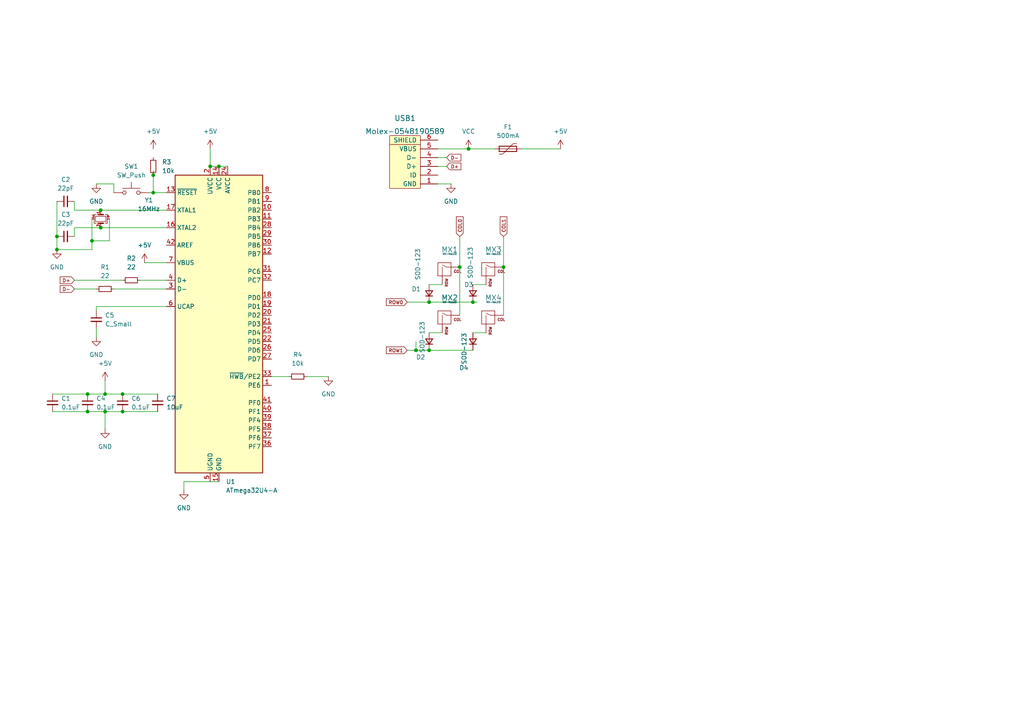
<source format=kicad_sch>
(kicad_sch (version 20211123) (generator eeschema)
  (paper "A4")
  (lib_symbols
    (symbol "Device:C_Small" (pin_numbers hide) (pin_names (offset 0.254) hide)
      (property "Reference" "C" (at 0.254 1.778 0))
      (property "Value" "C_Small" (at 0.254 -2.032 0))
      (symbol "C_Small_0_1"
        (polyline (pts (xy -1.524 -0.508) (xy 1.524 -0.508)) (stroke (width 0.3302)))
        (polyline (pts (xy -1.524 0.508) (xy 1.524 0.508)) (stroke (width 0.3048)))
      )
      (symbol "C_Small_1_1"
        (pin passive line (at 0 2.54 270) (length 2.032) (name "~") (number "1"))
        (pin passive line (at 0 -2.54 90) (length 2.032) (name "~") (number "2"))
      )
    )
    (symbol "Device:Crystal_GND24_Small" (pin_names (offset 1.016) hide)
      (property "Reference" "Y" (at 1.27 4.445 0))
      (property "Value" "Crystal_GND24_Small" (at 1.27 2.54 0))
      (symbol "Crystal_GND24_Small_0_1"
        (rectangle (start -0.762 -1.524) (end 0.762 1.524))
        (polyline (pts (xy -1.27 -0.762) (xy -1.27 0.762)) (stroke (width 0.381)))
        (polyline (pts (xy 1.27 -0.762) (xy 1.27 0.762)) (stroke (width 0.381)))
        (polyline (pts (xy -1.27 -1.27) (xy -1.27 -1.905) (xy 1.27 -1.905) (xy 1.27 -1.27)))
        (polyline (pts (xy -1.27 1.27) (xy -1.27 1.905) (xy 1.27 1.905) (xy 1.27 1.27)))
      )
      (symbol "Crystal_GND24_Small_1_1"
        (pin passive line (at -2.54 0 0) (length 1.27) (name "1") (number "1"))
        (pin passive line (at 0 -2.54 90) (length 0.635) (name "2") (number "2"))
        (pin passive line (at 2.54 0 180) (length 1.27) (name "3") (number "3"))
        (pin passive line (at 0 2.54 270) (length 0.635) (name "4") (number "4"))
      )
    )
    (symbol "Device:D_Small" (pin_numbers hide) (pin_names (offset 0.254) hide)
      (property "Reference" "D" (at -1.27 2.032 0))
      (property "Value" "D_Small" (at -3.81 -2.032 0))
      (symbol "D_Small_0_1"
        (polyline (pts (xy -0.762 -1.016) (xy -0.762 1.016)) (stroke (width 0.254)))
        (polyline (pts (xy -0.762 0) (xy 0.762 0)))
        (polyline (pts (xy 0.762 -1.016) (xy -0.762 0) (xy 0.762 1.016) (xy 0.762 -1.016)) (stroke (width 0.254)))
      )
      (symbol "D_Small_1_1"
        (pin passive line (at -2.54 0 0) (length 1.778) (name "K") (number "1"))
        (pin passive line (at 2.54 0 180) (length 1.778) (name "A") (number "2"))
      )
    )
    (symbol "Device:Polyfuse" (pin_numbers hide) (pin_names (offset 0))
      (property "Reference" "F" (at -2.54 0 90))
      (property "Value" "Polyfuse" (at 2.54 0 90))
      (symbol "Polyfuse_0_1"
        (rectangle (start -0.762 2.54) (end 0.762 -2.54) (stroke (width 0.254)))
        (polyline (pts (xy 0 2.54) (xy 0 -2.54)))
        (polyline (pts (xy -1.524 2.54) (xy -1.524 1.524) (xy 1.524 -1.524) (xy 1.524 -2.54)))
      )
      (symbol "Polyfuse_1_1"
        (pin passive line (at 0 3.81 270) (length 1.27) (name "~") (number "1"))
        (pin passive line (at 0 -3.81 90) (length 1.27) (name "~") (number "2"))
      )
    )
    (symbol "Device:R_Small" (pin_numbers hide) (pin_names (offset 0.254) hide)
      (property "Reference" "R" (at 0.762 0.508 0))
      (property "Value" "R_Small" (at 0.762 -1.016 0))
      (symbol "R_Small_0_1"
        (rectangle (start -0.762 1.778) (end 0.762 -1.778) (stroke (width 0.2032)))
      )
      (symbol "R_Small_1_1"
        (pin passive line (at 0 2.54 270) (length 0.762) (name "~") (number "1"))
        (pin passive line (at 0 -2.54 90) (length 0.762) (name "~") (number "2"))
      )
    )
    (symbol "MCU_Microchip_ATmega:ATmega32U4-A"
      (property "Reference" "U" (at -12.7 44.45 0))
      (property "Value" "ATmega32U4-A" (at 2.54 -44.45 0))
      (symbol "ATmega32U4-A_0_1"
        (rectangle (start -12.7 -43.18) (end 12.7 43.18) (stroke (width 0.254)) (fill (type background)))
      )
      (symbol "ATmega32U4-A_1_1"
        (pin bidirectional line (at 15.24 -17.78 180) (length 2.54) (name "PE6") (number "1"))
        (pin bidirectional line (at 15.24 33.02 180) (length 2.54) (name "PB2") (number "10"))
        (pin bidirectional line (at 15.24 30.48 180) (length 2.54) (name "PB3") (number "11"))
        (pin bidirectional line (at 15.24 20.32 180) (length 2.54) (name "PB7") (number "12"))
        (pin input line (at -15.24 38.1 0) (length 2.54) (name "~{RESET}") (number "13"))
        (pin power_in line (at 0 45.72 270) (length 2.54) (name "VCC") (number "14"))
        (pin power_in line (at 0 -45.72 90) (length 2.54) (name "GND") (number "15"))
        (pin output line (at -15.24 27.94 0) (length 2.54) (name "XTAL2") (number "16"))
        (pin input line (at -15.24 33.02 0) (length 2.54) (name "XTAL1") (number "17"))
        (pin bidirectional line (at 15.24 7.62 180) (length 2.54) (name "PD0") (number "18"))
        (pin bidirectional line (at 15.24 5.08 180) (length 2.54) (name "PD1") (number "19"))
        (pin power_in line (at -2.54 45.72 270) (length 2.54) (name "UVCC") (number "2"))
        (pin bidirectional line (at 15.24 2.54 180) (length 2.54) (name "PD2") (number "20"))
        (pin bidirectional line (at 15.24 0 180) (length 2.54) (name "PD3") (number "21"))
        (pin bidirectional line (at 15.24 -5.08 180) (length 2.54) (name "PD5") (number "22"))
        (pin passive line (at 0 -45.72 90) (length 2.54) hide (name "GND") (number "23"))
        (pin power_in line (at 2.54 45.72 270) (length 2.54) (name "AVCC") (number "24"))
        (pin bidirectional line (at 15.24 -2.54 180) (length 2.54) (name "PD4") (number "25"))
        (pin bidirectional line (at 15.24 -7.62 180) (length 2.54) (name "PD6") (number "26"))
        (pin bidirectional line (at 15.24 -10.16 180) (length 2.54) (name "PD7") (number "27"))
        (pin bidirectional line (at 15.24 27.94 180) (length 2.54) (name "PB4") (number "28"))
        (pin bidirectional line (at 15.24 25.4 180) (length 2.54) (name "PB5") (number "29"))
        (pin bidirectional line (at -15.24 10.16 0) (length 2.54) (name "D-") (number "3"))
        (pin bidirectional line (at 15.24 22.86 180) (length 2.54) (name "PB6") (number "30"))
        (pin bidirectional line (at 15.24 15.24 180) (length 2.54) (name "PC6") (number "31"))
        (pin bidirectional line (at 15.24 12.7 180) (length 2.54) (name "PC7") (number "32"))
        (pin bidirectional line (at 15.24 -15.24 180) (length 2.54) (name "~{HWB}/PE2") (number "33"))
        (pin passive line (at 0 45.72 270) (length 2.54) hide (name "VCC") (number "34"))
        (pin passive line (at 0 -45.72 90) (length 2.54) hide (name "GND") (number "35"))
        (pin bidirectional line (at 15.24 -35.56 180) (length 2.54) (name "PF7") (number "36"))
        (pin bidirectional line (at 15.24 -33.02 180) (length 2.54) (name "PF6") (number "37"))
        (pin bidirectional line (at 15.24 -30.48 180) (length 2.54) (name "PF5") (number "38"))
        (pin bidirectional line (at 15.24 -27.94 180) (length 2.54) (name "PF4") (number "39"))
        (pin bidirectional line (at -15.24 12.7 0) (length 2.54) (name "D+") (number "4"))
        (pin bidirectional line (at 15.24 -25.4 180) (length 2.54) (name "PF1") (number "40"))
        (pin bidirectional line (at 15.24 -22.86 180) (length 2.54) (name "PF0") (number "41"))
        (pin passive line (at -15.24 22.86 0) (length 2.54) (name "AREF") (number "42"))
        (pin passive line (at 0 -45.72 90) (length 2.54) hide (name "GND") (number "43"))
        (pin passive line (at 2.54 45.72 270) (length 2.54) hide (name "AVCC") (number "44"))
        (pin passive line (at -2.54 -45.72 90) (length 2.54) (name "UGND") (number "5"))
        (pin passive line (at -15.24 5.08 0) (length 2.54) (name "UCAP") (number "6"))
        (pin input line (at -15.24 17.78 0) (length 2.54) (name "VBUS") (number "7"))
        (pin bidirectional line (at 15.24 38.1 180) (length 2.54) (name "PB0") (number "8"))
        (pin bidirectional line (at 15.24 35.56 180) (length 2.54) (name "PB1") (number "9"))
      )
    )
    (symbol "MX_Alps_Hybrid:MX-NoLED" (pin_names (offset 1.016))
      (property "Reference" "MX" (at -0.635 3.81 0))
      (property "Value" "MX-NoLED" (at -0.635 1.27 0))
      (symbol "MX-NoLED_0_0"
        (rectangle (start -2.54 2.54) (end 1.27 -1.27))
        (polyline (pts (xy -1.27 -1.27) (xy -1.27 1.27)) (stroke (width 0.127)))
        (polyline (pts (xy 1.27 1.27) (xy 0 1.27) (xy -1.27 1.905)) (stroke (width 0.127)))
        (text "COL" (at 3.175 0 0) (effects (font (size 0.762 0.762))))
        (text "ROW" (at 0 -1.905 900) (effects (font (size 0.762 0.762)) (justify right)))
      )
      (symbol "MX-NoLED_1_1"
        (pin passive line (at 3.81 1.27 180) (length 2.54) (name "COL") (number "1"))
        (pin passive line (at -1.27 -3.81 90) (length 2.54) (name "ROW") (number "2"))
      )
    )
    (symbol "Switch:SW_Push" (pin_numbers hide) (pin_names (offset 1.016) hide)
      (property "Reference" "SW" (at 1.27 2.54 0))
      (property "Value" "SW_Push" (at 0 -1.524 0))
      (symbol "SW_Push_0_1"
        (circle (center -2.032 0) (radius 0.508))
        (polyline (pts (xy 0 1.27) (xy 0 3.048)))
        (polyline (pts (xy 2.54 1.27) (xy -2.54 1.27)))
        (circle (center 2.032 0) (radius 0.508))
        (pin passive line (at -5.08 0 0) (length 2.54) (name "1") (number "1"))
        (pin passive line (at 5.08 0 180) (length 2.54) (name "2") (number "2"))
      )
    )
    (symbol "power:+5V" (power) (pin_names (offset 0))
      (property "Value" "+5V" (at 0 3.556 0))
      (symbol "+5V_0_1"
        (polyline (pts (xy -0.762 1.27) (xy 0 2.54)))
        (polyline (pts (xy 0 0) (xy 0 2.54)))
        (polyline (pts (xy 0 2.54) (xy 0.762 1.27)))
      )
      (symbol "+5V_1_1"
        (pin power_in line (at 0 0 90) (length 0) hide (name "+5V") (number "1"))
      )
    )
    (symbol "power:GND" (power) (pin_names (offset 0))
      (property "Value" "GND" (at 0 -3.81 0))
      (symbol "GND_0_1"
        (polyline (pts (xy 0 0) (xy 0 -1.27) (xy 1.27 -1.27) (xy 0 -2.54) (xy -1.27 -1.27) (xy 0 -1.27)))
      )
      (symbol "GND_1_1"
        (pin power_in line (at 0 0 270) (length 0) hide (name "GND") (number "1"))
      )
    )
    (symbol "power:VCC" (power) (pin_names (offset 0))
      (property "Value" "VCC" (at 0 3.81 0))
      (symbol "VCC_0_1"
        (polyline (pts (xy -0.762 1.27) (xy 0 2.54)))
        (polyline (pts (xy 0 0) (xy 0 2.54)))
        (polyline (pts (xy 0 2.54) (xy 0.762 1.27)))
      )
      (symbol "VCC_1_1"
        (pin power_in line (at 0 0 90) (length 0) hide (name "VCC") (number "1"))
      )
    )
    (symbol "random-keyboard-parts:Molex-0548190589" (pin_names (offset 1.016))
      (property "Reference" "USB" (at 0 7.62 0))
      (property "Value" "Molex-0548190589" (at 0 10.16 0))
      (symbol "Molex-0548190589_0_0"
        (polyline (pts (xy 6.35 -2.54) (xy 6.35 6.35)))
        (rectangle (start 8.89 -2.54) (end -6.35 6.35) (fill (type background)))
      )
      (symbol "Molex-0548190589_1_1"
        (pin input line (at -5.08 -7.62 90) (length 5.08) (name "GND") (number "1"))
        (pin input line (at -2.54 -7.62 90) (length 5.08) (name "ID") (number "2"))
        (pin input line (at 0 -7.62 90) (length 5.08) (name "D+") (number "3"))
        (pin input line (at 2.54 -7.62 90) (length 5.08) (name "D-") (number "4"))
        (pin input line (at 5.08 -7.62 90) (length 5.08) (name "VBUS") (number "5"))
        (pin input line (at 7.62 -7.62 90) (length 5.08) (name "SHIELD") (number "6"))
      )
    )
  )
  (junction (at 44.45 55.88))
  (junction (at 30.48 114.3))
  (junction (at 146.05 77.47))
  (junction (at 16.51 72.39))
  (junction (at 35.56 114.3))
  (junction (at 25.4 114.3))
  (junction (at 135.89 43.18))
  (junction (at 60.96 48.26))
  (junction (at 35.56 119.38))
  (junction (at 29.21 66.04))
  (junction (at 124.46 101.6))
  (junction (at 25.4 119.38))
  (junction (at 63.5 48.26))
  (junction (at 30.48 119.38))
  (junction (at 124.46 87.63))
  (junction (at 16.51 68.58))
  (junction (at 133.35 77.47))
  (junction (at 137.16 87.63))
  (junction (at 44.45 50.8))
  (junction (at 29.21 60.96))
  (junction (at 26.67 69.85))
  (junction (at 120.65 101.6))
  (wire (pts (xy 127 53.34) (xy 130.81 53.34)))
  (wire (pts (xy 40.64 81.28) (xy 48.26 81.28)))
  (wire (pts (xy 78.74 109.22) (xy 83.82 109.22)))
  (wire (pts (xy 15.24 119.38) (xy 25.4 119.38)))
  (wire (pts (xy 21.59 83.82) (xy 27.94 83.82)))
  (wire (pts (xy 16.51 58.42) (xy 16.51 68.58)))
  (wire (pts (xy 21.59 60.96) (xy 21.59 58.42)))
  (wire (pts (xy 127 43.18) (xy 135.89 43.18)))
  (wire (pts (xy 118.11 87.63) (xy 124.46 87.63)))
  (wire (pts (xy 124.46 101.6) (xy 137.16 101.6)))
  (wire (pts (xy 29.21 60.96) (xy 21.59 60.96)))
  (wire (pts (xy 26.67 69.85) (xy 26.67 72.39)))
  (wire (pts (xy 151.13 43.18) (xy 162.56 43.18)))
  (wire (pts (xy 133.35 68.58) (xy 133.35 77.47)))
  (wire (pts (xy 44.45 50.8) (xy 44.45 55.88)))
  (wire (pts (xy 124.46 82.55) (xy 128.27 82.55)))
  (wire (pts (xy 124.46 96.52) (xy 128.27 96.52)))
  (wire (pts (xy 16.51 68.58) (xy 16.51 72.39)))
  (wire (pts (xy 26.67 63.5) (xy 26.67 69.85)))
  (wire (pts (xy 146.05 68.58) (xy 146.05 77.47)))
  (wire (pts (xy 137.16 96.52) (xy 140.97 96.52)))
  (wire (pts (xy 35.56 114.3) (xy 45.72 114.3)))
  (wire (pts (xy 43.18 55.88) (xy 44.45 55.88)))
  (wire (pts (xy 137.16 82.55) (xy 140.97 82.55)))
  (wire (pts (xy 29.21 66.04) (xy 21.59 66.04)))
  (wire (pts (xy 27.94 95.25) (xy 27.94 97.79)))
  (wire (pts (xy 30.48 110.49) (xy 30.48 114.3)))
  (wire (pts (xy 15.24 114.3) (xy 25.4 114.3)))
  (wire (pts (xy 48.26 76.2) (xy 41.91 76.2)))
  (wire (pts (xy 53.34 139.7) (xy 53.34 142.24)))
  (wire (pts (xy 120.65 101.6) (xy 124.46 101.6)))
  (wire (pts (xy 33.02 53.34) (xy 27.94 53.34)))
  (wire (pts (xy 33.02 55.88) (xy 33.02 53.34)))
  (wire (pts (xy 133.35 77.47) (xy 133.35 91.44)))
  (wire (pts (xy 29.21 66.04) (xy 48.26 66.04)))
  (wire (pts (xy 63.5 48.26) (xy 66.04 48.26)))
  (wire (pts (xy 120.65 101.6) (xy 120.65 99.06)))
  (wire (pts (xy 118.11 101.6) (xy 120.65 101.6)))
  (wire (pts (xy 30.48 119.38) (xy 30.48 124.46)))
  (wire (pts (xy 44.45 55.88) (xy 48.26 55.88)))
  (wire (pts (xy 30.48 114.3) (xy 35.56 114.3)))
  (wire (pts (xy 135.89 43.18) (xy 143.51 43.18)))
  (wire (pts (xy 31.75 63.5) (xy 31.75 69.85)))
  (wire (pts (xy 25.4 114.3) (xy 30.48 114.3)))
  (wire (pts (xy 25.4 119.38) (xy 30.48 119.38)))
  (wire (pts (xy 60.96 43.18) (xy 60.96 48.26)))
  (wire (pts (xy 21.59 66.04) (xy 21.59 68.58)))
  (wire (pts (xy 35.56 119.38) (xy 45.72 119.38)))
  (wire (pts (xy 27.94 88.9) (xy 27.94 90.17)))
  (wire (pts (xy 21.59 81.28) (xy 35.56 81.28)))
  (wire (pts (xy 137.16 87.63) (xy 138.43 87.63)))
  (wire (pts (xy 26.67 72.39) (xy 16.51 72.39)))
  (wire (pts (xy 31.75 69.85) (xy 26.67 69.85)))
  (wire (pts (xy 124.46 87.63) (xy 137.16 87.63)))
  (wire (pts (xy 53.34 139.7) (xy 63.5 139.7)))
  (wire (pts (xy 48.26 88.9) (xy 27.94 88.9)))
  (wire (pts (xy 44.45 49.53) (xy 44.45 50.8)))
  (wire (pts (xy 60.96 48.26) (xy 63.5 48.26)))
  (wire (pts (xy 88.9 109.22) (xy 95.25 109.22)))
  (wire (pts (xy 33.02 83.82) (xy 48.26 83.82)))
  (wire (pts (xy 30.48 119.38) (xy 35.56 119.38)))
  (wire (pts (xy 146.05 77.47) (xy 146.05 91.44)))
  (wire (pts (xy 29.21 60.96) (xy 48.26 60.96)))
  (wire (pts (xy 127 48.26) (xy 129.54 48.26)))
  (wire (pts (xy 127 45.72) (xy 129.54 45.72)))
  (global_label "D+" (shape input) (at 21.59 81.28 180) (effects (font (size 1 1))) (property "Intersheet References" "${INTERSHEET_REFS}" (effects hide)))
  (global_label "COL0" (shape input) (at 133.35 68.58 90) (effects (font (size 1 1))) (property "Intersheet References" "${INTERSHEET_REFS}" (effects hide)))
  (global_label "D-" (shape input) (at 21.59 83.82 180) (effects (font (size 1 1))) (property "Intersheet References" "${INTERSHEET_REFS}" (effects hide)))
  (global_label "COL1" (shape input) (at 146.05 68.58 90) (effects (font (size 1 1))) (property "Intersheet References" "${INTERSHEET_REFS}" (effects hide)))
  (global_label "ROW0" (shape input) (at 118.11 87.63 180) (effects (font (size 1 1))) (property "Intersheet References" "${INTERSHEET_REFS}" (effects hide)))
  (global_label "D-" (shape input) (at 129.54 45.72 0) (effects (font (size 1 1))) (property "Intersheet References" "${INTERSHEET_REFS}" (effects hide)))
  (global_label "D+" (shape input) (at 129.54 48.26 0) (effects (font (size 1 1))) (property "Intersheet References" "${INTERSHEET_REFS}" (effects hide)))
  (global_label "ROW1" (shape input) (at 118.11 101.6 180) (effects (font (size 1 1))) (property "Intersheet References" "${INTERSHEET_REFS}" (effects hide)))
  (symbol (lib_id "Device:C_Small") (at 15.24 116.84 0) (unit 1)
    (property "Reference" "C1" (at 17.78 115.5762 0) (effects (justify left)))
    (property "Value" "0.1uF" (at 17.78 118.1162 0) (effects (justify left)))
    (property "Footprint" "Capacitor_SMD:C_0805_2012Metric" (effects hide))
  )
  (symbol (lib_id "Device:C_Small") (at 27.94 92.71 0) (unit 1)
    (property "Reference" "C5" (at 30.48 91.4462 0) (effects (justify left)))
    (property "Value" "C_Small" (at 30.48 93.9862 0) (effects (justify left)))
    (property "Footprint" "Capacitor_SMD:C_0805_2012Metric" (effects hide))
  )
  (symbol (lib_id "power:GND") (at 30.48 124.46 0) (unit 1)
    (property "Reference" "#PWR0105" (effects hide))
    (property "Value" "GND" (at 30.48 129.54 0))
  )
  (symbol (lib_id "power:GND") (at 95.25 109.22 0) (unit 1)
    (property "Reference" "#PWR0106" (effects hide))
    (property "Value" "GND" (at 95.25 114.3 0))
  )
  (symbol (lib_id "Switch:SW_Push") (at 38.1 55.88 0) (unit 1)
    (property "Reference" "SW1" (at 38.1 48.26 0))
    (property "Value" "SW_Push" (at 38.1 50.8 0))
    (property "Footprint" "Button_Switch_SMD:SW_SPST_SKQG_WithStem" (effects hide))
  )
  (symbol (lib_id "MX_Alps_Hybrid:MX-NoLED") (at 142.24 78.74 0) (unit 1)
    (property "Reference" "MX3" (at 143.1256 72.39 0) (effects (font (size 1.524 1.524))))
    (property "Value" "MX-NoLED" (at 143.1256 73.66 0) (effects (font (size 0.508 0.508))))
    (property "Footprint" "MX_Alps_Hybrid:MX-1U-NoLED" (effects hide))
  )
  (symbol (lib_id "power:+5V") (at 60.96 43.18 0) (unit 1)
    (property "Reference" "#PWR0109" (effects hide))
    (property "Value" "+5V" (at 60.96 38.1 0))
  )
  (symbol (lib_id "power:GND") (at 27.94 53.34 0) (unit 1)
    (property "Reference" "#PWR0108" (effects hide))
    (property "Value" "GND" (at 27.94 58.42 0))
  )
  (symbol (lib_id "Device:R_Small") (at 86.36 109.22 90) (unit 1)
    (property "Reference" "R4" (at 86.36 102.87 90))
    (property "Value" "10k" (at 86.36 105.41 90))
    (property "Footprint" "Resistor_SMD:R_0805_2012Metric" (effects hide))
  )
  (symbol (lib_id "Device:D_Small") (at 124.46 99.06 90) (unit 1)
    (property "Reference" "D2" (at 120.65 102.87 90) (effects (justify right bottom)))
    (property "Value" "SOD-123" (at 123.19 97.79 0) (effects (justify bottom)))
    (property "Footprint" "Diode_SMD:D_SOD-123" (effects hide))
  )
  (symbol (lib_id "Device:D_Small") (at 137.16 99.06 90) (unit 1)
    (property "Reference" "D4" (at 135.89 106.68 90) (effects (justify left)))
    (property "Value" "SOD-123" (at 134.62 96.52 0) (effects (justify right)))
    (property "Footprint" "Diode_SMD:D_SOD-123" (effects hide))
  )
  (symbol (lib_id "Device:C_Small") (at 19.05 68.58 90) (unit 1)
    (property "Reference" "C3" (at 19.0563 62.23 90))
    (property "Value" "22pF" (at 19.0563 64.77 90))
    (property "Footprint" "Capacitor_SMD:C_0805_2012Metric" (effects hide))
  )
  (symbol (lib_id "Device:C_Small") (at 45.72 116.84 0) (unit 1)
    (property "Reference" "C7" (at 48.26 115.5762 0) (effects (justify left)))
    (property "Value" "10uF" (at 48.26 118.1162 0) (effects (justify left)))
    (property "Footprint" "Capacitor_SMD:C_0805_2012Metric" (effects hide))
  )
  (symbol (lib_id "MX_Alps_Hybrid:MX-NoLED") (at 129.54 92.71 0) (unit 1)
    (property "Reference" "MX2" (at 130.4256 86.36 0) (effects (font (size 1.524 1.524))))
    (property "Value" "MX-NoLED" (at 130.4256 87.63 0) (effects (font (size 0.508 0.508))))
    (property "Footprint" "MX_Alps_Hybrid:MX-1U-NoLED" (effects hide))
  )
  (symbol (lib_id "Device:R_Small") (at 44.45 48.26 0) (unit 1)
    (property "Reference" "R3" (at 46.99 46.9899 0) (effects (justify left)))
    (property "Value" "10k" (at 46.99 49.5299 0) (effects (justify left)))
    (property "Footprint" "Resistor_SMD:R_0805_2012Metric" (effects hide))
  )
  (symbol (lib_id "power:GND") (at 16.51 72.39 0) (unit 1)
    (property "Reference" "#PWR0104" (effects hide))
    (property "Value" "GND" (at 16.51 77.47 0))
  )
  (symbol (lib_id "power:+5V") (at 30.48 110.49 0) (unit 1)
    (property "Reference" "#PWR0103" (effects hide))
    (property "Value" "+5V" (at 30.48 105.41 0))
  )
  (symbol (lib_id "power:+5V") (at 162.56 43.18 0) (unit 1)
    (property "Reference" "#PWR0111" (effects hide))
    (property "Value" "+5V" (at 162.56 38.1 0))
  )
  (symbol (lib_id "power:GND") (at 27.94 97.79 0) (unit 1)
    (property "Reference" "#PWR0102" (effects hide))
    (property "Value" "GND" (at 27.94 102.87 0))
  )
  (symbol (lib_id "Device:C_Small") (at 35.56 116.84 0) (unit 1)
    (property "Reference" "C6" (at 38.1 115.5762 0) (effects (justify left)))
    (property "Value" "0.1uF" (at 38.1 118.1162 0) (effects (justify left)))
    (property "Footprint" "Capacitor_SMD:C_0805_2012Metric" (effects hide))
  )
  (symbol (lib_id "Device:C_Small") (at 25.4 116.84 0) (unit 1)
    (property "Reference" "C4" (at 27.94 115.5762 0) (effects (justify left)))
    (property "Value" "0.1uF" (at 27.94 118.1162 0) (effects (justify left)))
    (property "Footprint" "Capacitor_SMD:C_0805_2012Metric" (effects hide))
  )
  (symbol (lib_id "MCU_Microchip_ATmega:ATmega32U4-A") (at 63.5 93.98 0) (unit 1)
    (property "Reference" "U1" (at 65.5194 139.7 0) (effects (justify left)))
    (property "Value" "ATmega32U4-A" (at 65.5194 142.24 0) (effects (justify left)))
    (property "Footprint" "Package_QFP:TQFP-44_10x10mm_P0.8mm" (effects hide))
    (property "Datasheet" "http://ww1.microchip.com/downloads/en/DeviceDoc/Atmel-7766-8-bit-AVR-ATmega16U4-32U4_Datasheet.pdf" (effects hide))
  )
  (symbol (lib_id "power:+5V") (at 41.91 76.2 0) (unit 1)
    (property "Reference" "#PWR0101" (effects hide))
    (property "Value" "+5V" (at 41.91 71.12 0))
  )
  (symbol (lib_id "Device:R_Small") (at 30.48 83.82 90) (unit 1)
    (property "Reference" "R1" (at 30.48 77.47 90))
    (property "Value" "22" (at 30.48 80.01 90))
    (property "Footprint" "Resistor_SMD:R_0805_2012Metric" (effects hide))
  )
  (symbol (lib_id "Device:D_Small") (at 124.46 85.09 90) (unit 1)
    (property "Reference" "D1" (at 119.38 83.82 90) (effects (justify right)))
    (property "Value" "SOD-123" (at 121.92 81.28 0) (effects (justify left bottom)))
    (property "Footprint" "Diode_SMD:D_SOD-123" (effects hide))
  )
  (symbol (lib_id "MX_Alps_Hybrid:MX-NoLED") (at 142.24 92.71 0) (unit 1)
    (property "Reference" "MX4" (at 143.1256 86.36 0) (effects (font (size 1.524 1.524))))
    (property "Value" "MX-NoLED" (at 143.1256 87.63 0) (effects (font (size 0.508 0.508))))
    (property "Footprint" "MX_Alps_Hybrid:MX-1U-NoLED" (effects hide))
  )
  (symbol (lib_id "power:GND") (at 130.81 53.34 0) (unit 1)
    (property "Reference" "#PWR0113" (effects hide))
    (property "Value" "GND" (at 130.81 58.42 0))
  )
  (symbol (lib_id "Device:D_Small") (at 137.16 85.09 90) (unit 1)
    (property "Reference" "D3" (at 134.62 82.55 90) (effects (justify right)))
    (property "Value" "SOD-123" (at 137.16 76.2 0) (effects (justify bottom)))
    (property "Footprint" "Diode_SMD:D_SOD-123" (effects hide))
  )
  (symbol (lib_id "Device:Polyfuse") (at 147.32 43.18 90) (unit 1)
    (property "Reference" "F1" (at 147.32 36.83 90))
    (property "Value" "500mA" (at 147.32 39.37 90))
    (property "Footprint" "Fuse:Fuse_1206_3216Metric" (effects hide))
  )
  (symbol (lib_id "random-keyboard-parts:Molex-0548190589") (at 119.38 48.26 90) (unit 1)
    (property "Reference" "USB1" (at 117.475 34.29 90) (effects (font (size 1.524 1.524))))
    (property "Value" "Molex-0548190589" (at 117.475 38.1 90) (effects (font (size 1.524 1.524))))
    (property "Footprint" "Connector_USB:USB_C_Plug_Molex_105444" (effects hide))
  )
  (symbol (lib_id "power:GND") (at 53.34 142.24 0) (unit 1)
    (property "Reference" "#PWR0107" (effects hide))
    (property "Value" "GND" (at 53.34 147.32 0))
  )
  (symbol (lib_id "power:VCC") (at 135.89 43.18 0) (unit 1)
    (property "Reference" "#PWR0112" (effects hide))
    (property "Value" "VCC" (at 135.89 38.1 0))
  )
  (symbol (lib_id "Device:C_Small") (at 19.05 58.42 90) (unit 1)
    (property "Reference" "C2" (at 19.0563 52.07 90))
    (property "Value" "22pF" (at 19.0563 54.61 90))
    (property "Footprint" "Capacitor_SMD:C_0805_2012Metric" (effects hide))
  )
  (symbol (lib_id "power:+5V") (at 44.45 43.18 0) (unit 1)
    (property "Reference" "#PWR0110" (effects hide))
    (property "Value" "+5V" (at 44.45 38.1 0))
  )
  (symbol (lib_id "Device:Crystal_GND24_Small") (at 29.21 63.5 270) (unit 1)
    (property "Reference" "Y1" (at 43.18 58.0388 90))
    (property "Value" "16MHz" (at 43.18 60.5788 90))
    (property "Footprint" "Crystal:Crystal_SMD_3225-4Pin_3.2x2.5mm" (effects hide))
  )
  (symbol (lib_id "Device:R_Small") (at 38.1 81.28 90) (unit 1)
    (property "Reference" "R2" (at 38.1 74.93 90))
    (property "Value" "22" (at 38.1 77.47 90))
    (property "Footprint" "Resistor_SMD:R_0805_2012Metric" (effects hide))
  )
  (symbol (lib_id "MX_Alps_Hybrid:MX-NoLED") (at 129.54 78.74 0) (unit 1)
    (property "Reference" "MX1" (at 130.4256 72.39 0) (effects (font (size 1.524 1.524))))
    (property "Value" "MX-NoLED" (at 130.4256 73.66 0) (effects (font (size 0.508 0.508))))
    (property "Footprint" "MX_Alps_Hybrid:MX-1U-NoLED" (effects hide))
  )
)
</source>
